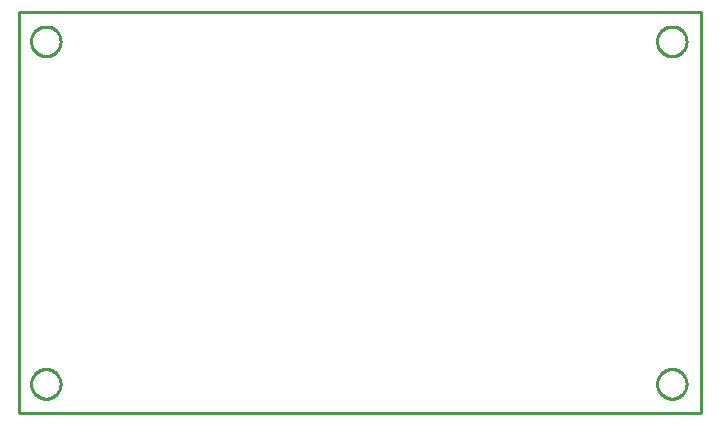
<source format=gbr>
G04 EAGLE Gerber RS-274X export*
G75*
%MOMM*%
%FSLAX34Y34*%
%LPD*%
%IN*%
%IPPOS*%
%AMOC8*
5,1,8,0,0,1.08239X$1,22.5*%
G01*
%ADD10C,0.254000*%


D10*
X-578000Y0D02*
X0Y0D01*
X0Y340000D01*
X-578000Y340000D01*
X-578000Y0D01*
X-542500Y314509D02*
X-542577Y313530D01*
X-542731Y312560D01*
X-542960Y311604D01*
X-543264Y310670D01*
X-543639Y309763D01*
X-544085Y308888D01*
X-544599Y308050D01*
X-545176Y307255D01*
X-545814Y306508D01*
X-546508Y305814D01*
X-547255Y305176D01*
X-548050Y304599D01*
X-548888Y304085D01*
X-549763Y303639D01*
X-550670Y303264D01*
X-551604Y302960D01*
X-552560Y302731D01*
X-553530Y302577D01*
X-554509Y302500D01*
X-555491Y302500D01*
X-556470Y302577D01*
X-557441Y302731D01*
X-558396Y302960D01*
X-559330Y303264D01*
X-560237Y303639D01*
X-561112Y304085D01*
X-561950Y304599D01*
X-562745Y305176D01*
X-563492Y305814D01*
X-564186Y306508D01*
X-564824Y307255D01*
X-565401Y308050D01*
X-565915Y308888D01*
X-566361Y309763D01*
X-566736Y310670D01*
X-567040Y311604D01*
X-567269Y312560D01*
X-567423Y313530D01*
X-567500Y314509D01*
X-567500Y315491D01*
X-567423Y316470D01*
X-567269Y317441D01*
X-567040Y318396D01*
X-566736Y319330D01*
X-566361Y320237D01*
X-565915Y321112D01*
X-565401Y321950D01*
X-564824Y322745D01*
X-564186Y323492D01*
X-563492Y324186D01*
X-562745Y324824D01*
X-561950Y325401D01*
X-561112Y325915D01*
X-560237Y326361D01*
X-559330Y326736D01*
X-558396Y327040D01*
X-557441Y327269D01*
X-556470Y327423D01*
X-555491Y327500D01*
X-554509Y327500D01*
X-553530Y327423D01*
X-552560Y327269D01*
X-551604Y327040D01*
X-550670Y326736D01*
X-549763Y326361D01*
X-548888Y325915D01*
X-548050Y325401D01*
X-547255Y324824D01*
X-546508Y324186D01*
X-545814Y323492D01*
X-545176Y322745D01*
X-544599Y321950D01*
X-544085Y321112D01*
X-543639Y320237D01*
X-543264Y319330D01*
X-542960Y318396D01*
X-542731Y317441D01*
X-542577Y316470D01*
X-542500Y315491D01*
X-542500Y314509D01*
X-542500Y24509D02*
X-542577Y23530D01*
X-542731Y22560D01*
X-542960Y21604D01*
X-543264Y20670D01*
X-543639Y19763D01*
X-544085Y18888D01*
X-544599Y18050D01*
X-545176Y17255D01*
X-545814Y16508D01*
X-546508Y15814D01*
X-547255Y15176D01*
X-548050Y14599D01*
X-548888Y14085D01*
X-549763Y13639D01*
X-550670Y13264D01*
X-551604Y12960D01*
X-552560Y12731D01*
X-553530Y12577D01*
X-554509Y12500D01*
X-555491Y12500D01*
X-556470Y12577D01*
X-557441Y12731D01*
X-558396Y12960D01*
X-559330Y13264D01*
X-560237Y13639D01*
X-561112Y14085D01*
X-561950Y14599D01*
X-562745Y15176D01*
X-563492Y15814D01*
X-564186Y16508D01*
X-564824Y17255D01*
X-565401Y18050D01*
X-565915Y18888D01*
X-566361Y19763D01*
X-566736Y20670D01*
X-567040Y21604D01*
X-567269Y22560D01*
X-567423Y23530D01*
X-567500Y24509D01*
X-567500Y25491D01*
X-567423Y26470D01*
X-567269Y27441D01*
X-567040Y28396D01*
X-566736Y29330D01*
X-566361Y30237D01*
X-565915Y31112D01*
X-565401Y31950D01*
X-564824Y32745D01*
X-564186Y33492D01*
X-563492Y34186D01*
X-562745Y34824D01*
X-561950Y35401D01*
X-561112Y35915D01*
X-560237Y36361D01*
X-559330Y36736D01*
X-558396Y37040D01*
X-557441Y37269D01*
X-556470Y37423D01*
X-555491Y37500D01*
X-554509Y37500D01*
X-553530Y37423D01*
X-552560Y37269D01*
X-551604Y37040D01*
X-550670Y36736D01*
X-549763Y36361D01*
X-548888Y35915D01*
X-548050Y35401D01*
X-547255Y34824D01*
X-546508Y34186D01*
X-545814Y33492D01*
X-545176Y32745D01*
X-544599Y31950D01*
X-544085Y31112D01*
X-543639Y30237D01*
X-543264Y29330D01*
X-542960Y28396D01*
X-542731Y27441D01*
X-542577Y26470D01*
X-542500Y25491D01*
X-542500Y24509D01*
X-12500Y314509D02*
X-12577Y313530D01*
X-12731Y312560D01*
X-12960Y311604D01*
X-13264Y310670D01*
X-13639Y309763D01*
X-14085Y308888D01*
X-14599Y308050D01*
X-15176Y307255D01*
X-15814Y306508D01*
X-16508Y305814D01*
X-17255Y305176D01*
X-18050Y304599D01*
X-18888Y304085D01*
X-19763Y303639D01*
X-20670Y303264D01*
X-21604Y302960D01*
X-22560Y302731D01*
X-23530Y302577D01*
X-24509Y302500D01*
X-25491Y302500D01*
X-26470Y302577D01*
X-27441Y302731D01*
X-28396Y302960D01*
X-29330Y303264D01*
X-30237Y303639D01*
X-31112Y304085D01*
X-31950Y304599D01*
X-32745Y305176D01*
X-33492Y305814D01*
X-34186Y306508D01*
X-34824Y307255D01*
X-35401Y308050D01*
X-35915Y308888D01*
X-36361Y309763D01*
X-36736Y310670D01*
X-37040Y311604D01*
X-37269Y312560D01*
X-37423Y313530D01*
X-37500Y314509D01*
X-37500Y315491D01*
X-37423Y316470D01*
X-37269Y317441D01*
X-37040Y318396D01*
X-36736Y319330D01*
X-36361Y320237D01*
X-35915Y321112D01*
X-35401Y321950D01*
X-34824Y322745D01*
X-34186Y323492D01*
X-33492Y324186D01*
X-32745Y324824D01*
X-31950Y325401D01*
X-31112Y325915D01*
X-30237Y326361D01*
X-29330Y326736D01*
X-28396Y327040D01*
X-27441Y327269D01*
X-26470Y327423D01*
X-25491Y327500D01*
X-24509Y327500D01*
X-23530Y327423D01*
X-22560Y327269D01*
X-21604Y327040D01*
X-20670Y326736D01*
X-19763Y326361D01*
X-18888Y325915D01*
X-18050Y325401D01*
X-17255Y324824D01*
X-16508Y324186D01*
X-15814Y323492D01*
X-15176Y322745D01*
X-14599Y321950D01*
X-14085Y321112D01*
X-13639Y320237D01*
X-13264Y319330D01*
X-12960Y318396D01*
X-12731Y317441D01*
X-12577Y316470D01*
X-12500Y315491D01*
X-12500Y314509D01*
X-12500Y24509D02*
X-12577Y23530D01*
X-12731Y22560D01*
X-12960Y21604D01*
X-13264Y20670D01*
X-13639Y19763D01*
X-14085Y18888D01*
X-14599Y18050D01*
X-15176Y17255D01*
X-15814Y16508D01*
X-16508Y15814D01*
X-17255Y15176D01*
X-18050Y14599D01*
X-18888Y14085D01*
X-19763Y13639D01*
X-20670Y13264D01*
X-21604Y12960D01*
X-22560Y12731D01*
X-23530Y12577D01*
X-24509Y12500D01*
X-25491Y12500D01*
X-26470Y12577D01*
X-27441Y12731D01*
X-28396Y12960D01*
X-29330Y13264D01*
X-30237Y13639D01*
X-31112Y14085D01*
X-31950Y14599D01*
X-32745Y15176D01*
X-33492Y15814D01*
X-34186Y16508D01*
X-34824Y17255D01*
X-35401Y18050D01*
X-35915Y18888D01*
X-36361Y19763D01*
X-36736Y20670D01*
X-37040Y21604D01*
X-37269Y22560D01*
X-37423Y23530D01*
X-37500Y24509D01*
X-37500Y25491D01*
X-37423Y26470D01*
X-37269Y27441D01*
X-37040Y28396D01*
X-36736Y29330D01*
X-36361Y30237D01*
X-35915Y31112D01*
X-35401Y31950D01*
X-34824Y32745D01*
X-34186Y33492D01*
X-33492Y34186D01*
X-32745Y34824D01*
X-31950Y35401D01*
X-31112Y35915D01*
X-30237Y36361D01*
X-29330Y36736D01*
X-28396Y37040D01*
X-27441Y37269D01*
X-26470Y37423D01*
X-25491Y37500D01*
X-24509Y37500D01*
X-23530Y37423D01*
X-22560Y37269D01*
X-21604Y37040D01*
X-20670Y36736D01*
X-19763Y36361D01*
X-18888Y35915D01*
X-18050Y35401D01*
X-17255Y34824D01*
X-16508Y34186D01*
X-15814Y33492D01*
X-15176Y32745D01*
X-14599Y31950D01*
X-14085Y31112D01*
X-13639Y30237D01*
X-13264Y29330D01*
X-12960Y28396D01*
X-12731Y27441D01*
X-12577Y26470D01*
X-12500Y25491D01*
X-12500Y24509D01*
M02*

</source>
